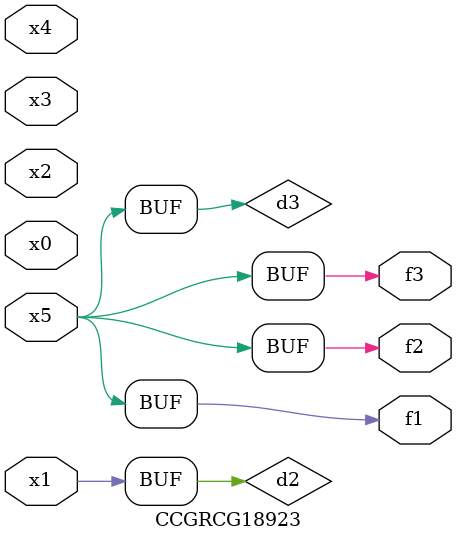
<source format=v>
module CCGRCG18923(
	input x0, x1, x2, x3, x4, x5,
	output f1, f2, f3
);

	wire d1, d2, d3;

	not (d1, x5);
	or (d2, x1);
	xnor (d3, d1);
	assign f1 = d3;
	assign f2 = d3;
	assign f3 = d3;
endmodule

</source>
